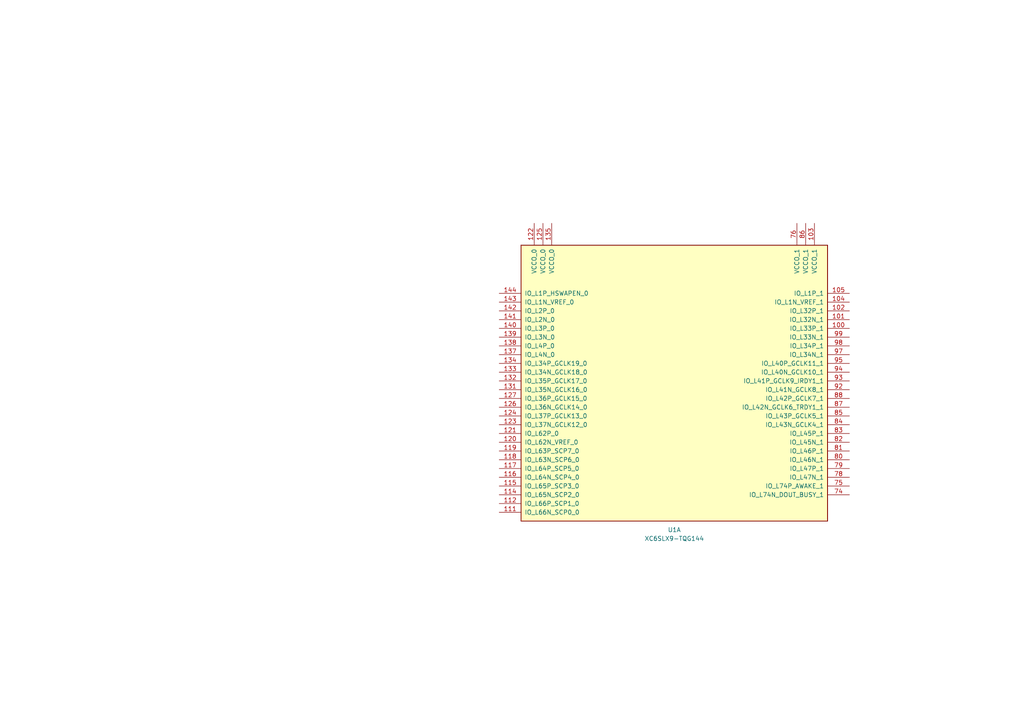
<source format=kicad_sch>
(kicad_sch (version 20231120) (generator "eeschema") (generator_version "8.0")
  (paper "A4")
  (lib_symbols
    (symbol "FPGA_Xilinx_Spartan6:XC6SLX9-TQG144" (pin_names (offset 1.016))
      (property "Reference" "U" (at 0 1.27 0))
      (property "Value" "XC6SLX9-TQG144" (at 0 -1.27 0))
      (symbol "XC6SLX9-TQG144_1_1"
        (rectangle (start -44.45 36.83) (end 44.45 -43.18) (stroke (width 0.254)) (fill (type background)))
        (pin bidirectional line (at 50.8 12.7 180) (length 6.35) (name "IO_L33P_1") (number "100"))
        (pin bidirectional line (at 50.8 15.24 180) (length 6.35) (name "IO_L32N_1") (number "101"))
        (pin bidirectional line (at 50.8 17.78 180) (length 6.35) (name "IO_L32P_1") (number "102"))
        (pin power_in line (at 40.64 43.18 270) (length 6.35) (name "VCCO_1") (number "103"))
        (pin bidirectional line (at 50.8 20.32 180) (length 6.35) (name "IO_L1N_VREF_1") (number "104"))
        (pin bidirectional line (at 50.8 22.86 180) (length 6.35) (name "IO_L1P_1") (number "105"))
        (pin bidirectional line (at -50.8 -40.64 0) (length 6.35) (name "IO_L66N_SCP0_0") (number "111"))
        (pin bidirectional line (at -50.8 -38.1 0) (length 6.35) (name "IO_L66P_SCP1_0") (number "112"))
        (pin bidirectional line (at -50.8 -35.56 0) (length 6.35) (name "IO_L65N_SCP2_0") (number "114"))
        (pin bidirectional line (at -50.8 -33.02 0) (length 6.35) (name "IO_L65P_SCP3_0") (number "115"))
        (pin bidirectional line (at -50.8 -30.48 0) (length 6.35) (name "IO_L64N_SCP4_0") (number "116"))
        (pin bidirectional line (at -50.8 -27.94 0) (length 6.35) (name "IO_L64P_SCP5_0") (number "117"))
        (pin bidirectional line (at -50.8 -25.4 0) (length 6.35) (name "IO_L63N_SCP6_0") (number "118"))
        (pin bidirectional line (at -50.8 -22.86 0) (length 6.35) (name "IO_L63P_SCP7_0") (number "119"))
        (pin bidirectional line (at -50.8 -20.32 0) (length 6.35) (name "IO_L62N_VREF_0") (number "120"))
        (pin bidirectional line (at -50.8 -17.78 0) (length 6.35) (name "IO_L62P_0") (number "121"))
        (pin power_in line (at -40.64 43.18 270) (length 6.35) (name "VCCO_0") (number "122"))
        (pin bidirectional line (at -50.8 -15.24 0) (length 6.35) (name "IO_L37N_GCLK12_0") (number "123"))
        (pin bidirectional line (at -50.8 -12.7 0) (length 6.35) (name "IO_L37P_GCLK13_0") (number "124"))
        (pin power_in line (at -38.1 43.18 270) (length 6.35) (name "VCCO_0") (number "125"))
        (pin bidirectional line (at -50.8 -10.16 0) (length 6.35) (name "IO_L36N_GCLK14_0") (number "126"))
        (pin bidirectional line (at -50.8 -7.62 0) (length 6.35) (name "IO_L36P_GCLK15_0") (number "127"))
        (pin bidirectional line (at -50.8 -5.08 0) (length 6.35) (name "IO_L35N_GCLK16_0") (number "131"))
        (pin bidirectional line (at -50.8 -2.54 0) (length 6.35) (name "IO_L35P_GCLK17_0") (number "132"))
        (pin bidirectional line (at -50.8 0 0) (length 6.35) (name "IO_L34N_GCLK18_0") (number "133"))
        (pin bidirectional line (at -50.8 2.54 0) (length 6.35) (name "IO_L34P_GCLK19_0") (number "134"))
        (pin power_in line (at -35.56 43.18 270) (length 6.35) (name "VCCO_0") (number "135"))
        (pin bidirectional line (at -50.8 5.08 0) (length 6.35) (name "IO_L4N_0") (number "137"))
        (pin bidirectional line (at -50.8 7.62 0) (length 6.35) (name "IO_L4P_0") (number "138"))
        (pin bidirectional line (at -50.8 10.16 0) (length 6.35) (name "IO_L3N_0") (number "139"))
        (pin bidirectional line (at -50.8 12.7 0) (length 6.35) (name "IO_L3P_0") (number "140"))
        (pin bidirectional line (at -50.8 15.24 0) (length 6.35) (name "IO_L2N_0") (number "141"))
        (pin bidirectional line (at -50.8 17.78 0) (length 6.35) (name "IO_L2P_0") (number "142"))
        (pin bidirectional line (at -50.8 20.32 0) (length 6.35) (name "IO_L1N_VREF_0") (number "143"))
        (pin bidirectional line (at -50.8 22.86 0) (length 6.35) (name "IO_L1P_HSWAPEN_0") (number "144"))
        (pin bidirectional line (at 50.8 -35.56 180) (length 6.35) (name "IO_L74N_DOUT_BUSY_1") (number "74"))
        (pin bidirectional line (at 50.8 -33.02 180) (length 6.35) (name "IO_L74P_AWAKE_1") (number "75"))
        (pin power_in line (at 35.56 43.18 270) (length 6.35) (name "VCCO_1") (number "76"))
        (pin bidirectional line (at 50.8 -30.48 180) (length 6.35) (name "IO_L47N_1") (number "78"))
        (pin bidirectional line (at 50.8 -27.94 180) (length 6.35) (name "IO_L47P_1") (number "79"))
        (pin bidirectional line (at 50.8 -25.4 180) (length 6.35) (name "IO_L46N_1") (number "80"))
        (pin bidirectional line (at 50.8 -22.86 180) (length 6.35) (name "IO_L46P_1") (number "81"))
        (pin bidirectional line (at 50.8 -20.32 180) (length 6.35) (name "IO_L45N_1") (number "82"))
        (pin bidirectional line (at 50.8 -17.78 180) (length 6.35) (name "IO_L45P_1") (number "83"))
        (pin bidirectional line (at 50.8 -15.24 180) (length 6.35) (name "IO_L43N_GCLK4_1") (number "84"))
        (pin bidirectional line (at 50.8 -12.7 180) (length 6.35) (name "IO_L43P_GCLK5_1") (number "85"))
        (pin power_in line (at 38.1 43.18 270) (length 6.35) (name "VCCO_1") (number "86"))
        (pin bidirectional line (at 50.8 -10.16 180) (length 6.35) (name "IO_L42N_GCLK6_TRDY1_1") (number "87"))
        (pin bidirectional line (at 50.8 -7.62 180) (length 6.35) (name "IO_L42P_GCLK7_1") (number "88"))
        (pin bidirectional line (at 50.8 -5.08 180) (length 6.35) (name "IO_L41N_GCLK8_1") (number "92"))
        (pin bidirectional line (at 50.8 -2.54 180) (length 6.35) (name "IO_L41P_GCLK9_IRDY1_1") (number "93"))
        (pin bidirectional line (at 50.8 0 180) (length 6.35) (name "IO_L40N_GCLK10_1") (number "94"))
        (pin bidirectional line (at 50.8 2.54 180) (length 6.35) (name "IO_L40P_GCLK11_1") (number "95"))
        (pin bidirectional line (at 50.8 5.08 180) (length 6.35) (name "IO_L34N_1") (number "97"))
        (pin bidirectional line (at 50.8 7.62 180) (length 6.35) (name "IO_L34P_1") (number "98"))
        (pin bidirectional line (at 50.8 10.16 180) (length 6.35) (name "IO_L33N_1") (number "99"))
      )
      (symbol "XC6SLX9-TQG144_2_1"
        (rectangle (start -44.45 36.83) (end 44.45 -43.18) (stroke (width 0.254)) (fill (type background)))
        (pin bidirectional line (at 50.8 -40.64 180) (length 6.35) (name "IO_L83N_VREF_3") (number "1"))
        (pin bidirectional line (at 50.8 -22.86 180) (length 6.35) (name "IO_L50P_3") (number "10"))
        (pin bidirectional line (at 50.8 -20.32 180) (length 6.35) (name "IO_L49N_3") (number "11"))
        (pin bidirectional line (at 50.8 -17.78 180) (length 6.35) (name "IO_L49P_3") (number "12"))
        (pin bidirectional line (at 50.8 -15.24 180) (length 6.35) (name "IO_L44N_GCLK20_3") (number "14"))
        (pin bidirectional line (at 50.8 -12.7 180) (length 6.35) (name "IO_L44P_GCLK21_3") (number "15"))
        (pin bidirectional line (at 50.8 -10.16 180) (length 6.35) (name "IO_L43N_GCLK22_IRDY2_3") (number "16"))
        (pin bidirectional line (at 50.8 -7.62 180) (length 6.35) (name "IO_L43P_GCLK23_3") (number "17"))
        (pin power_in line (at 38.1 43.18 270) (length 6.35) (name "VCCO_3") (number "18"))
        (pin bidirectional line (at 50.8 -38.1 180) (length 6.35) (name "IO_L83P_3") (number "2"))
        (pin bidirectional line (at 50.8 -5.08 180) (length 6.35) (name "IO_L42N_GCLK24_3") (number "21"))
        (pin bidirectional line (at 50.8 -2.54 180) (length 6.35) (name "IO_L42P_GCLK25_TRDY2_3") (number "22"))
        (pin bidirectional line (at 50.8 0 180) (length 6.35) (name "IO_L41N_GCLK26_3") (number "23"))
        (pin bidirectional line (at 50.8 2.54 180) (length 6.35) (name "IO_L41P_GCLK27_3") (number "24"))
        (pin bidirectional line (at 50.8 5.08 180) (length 6.35) (name "IO_L37N_3") (number "26"))
        (pin bidirectional line (at 50.8 7.62 180) (length 6.35) (name "IO_L37P_3") (number "27"))
        (pin bidirectional line (at 50.8 10.16 180) (length 6.35) (name "IO_L36N_3") (number "29"))
        (pin bidirectional line (at 50.8 12.7 180) (length 6.35) (name "IO_L36P_3") (number "30"))
        (pin power_in line (at 40.64 43.18 270) (length 6.35) (name "VCCO_3") (number "31"))
        (pin bidirectional line (at 50.8 15.24 180) (length 6.35) (name "IO_L2N_3") (number "32"))
        (pin bidirectional line (at 50.8 17.78 180) (length 6.35) (name "IO_L2P_3") (number "33"))
        (pin bidirectional line (at 50.8 20.32 180) (length 6.35) (name "IO_L1N_VREF_3") (number "34"))
        (pin bidirectional line (at 50.8 22.86 180) (length 6.35) (name "IO_L1P_3") (number "35"))
        (pin bidirectional line (at -50.8 -40.64 0) (length 6.35) (name "IO_L65N_CSO_B_2") (number "38"))
        (pin bidirectional line (at -50.8 -38.1 0) (length 6.35) (name "IO_L65P_INIT_B_2") (number "39"))
        (pin power_in line (at 35.56 43.18 270) (length 6.35) (name "VCCO_3") (number "4"))
        (pin bidirectional line (at -50.8 -35.56 0) (length 6.35) (name "IO_L64N_D9_2") (number "40"))
        (pin bidirectional line (at -50.8 -33.02 0) (length 6.35) (name "IO_L64P_D8_2") (number "41"))
        (pin power_in line (at -40.64 43.18 270) (length 6.35) (name "VCCO_2") (number "42"))
        (pin bidirectional line (at -50.8 -30.48 0) (length 6.35) (name "IO_L62N_D6_2") (number "43"))
        (pin bidirectional line (at -50.8 -27.94 0) (length 6.35) (name "IO_L62P_D5_2") (number "44"))
        (pin bidirectional line (at -50.8 -25.4 0) (length 6.35) (name "IO_L49N_D4_2") (number "45"))
        (pin bidirectional line (at -50.8 -22.86 0) (length 6.35) (name "IO_L49P_D3_2") (number "46"))
        (pin bidirectional line (at -50.8 -20.32 0) (length 6.35) (name "IO_L48N_RDWR_B_VREF_2") (number "47"))
        (pin bidirectional line (at -50.8 -17.78 0) (length 6.35) (name "IO_L48P_D7_2") (number "48"))
        (pin bidirectional line (at 50.8 -35.56 180) (length 6.35) (name "IO_L52N_3") (number "5"))
        (pin bidirectional line (at -50.8 -15.24 0) (length 6.35) (name "IO_L31N_GCLK30_D15_2") (number "50"))
        (pin bidirectional line (at -50.8 -12.7 0) (length 6.35) (name "IO_L31P_GCLK31_D14_2") (number "51"))
        (pin bidirectional line (at -50.8 -10.16 0) (length 6.35) (name "IO_L30N_GCLK0_USERCCLK_2") (number "55"))
        (pin bidirectional line (at -50.8 -7.62 0) (length 6.35) (name "IO_L30P_GCLK1_D13_2") (number "56"))
        (pin bidirectional line (at -50.8 -5.08 0) (length 6.35) (name "IO_L14N_D12_2") (number "57"))
        (pin bidirectional line (at -50.8 -2.54 0) (length 6.35) (name "IO_L14P_D11_2") (number "58"))
        (pin bidirectional line (at -50.8 0 0) (length 6.35) (name "IO_L13N_D10_2") (number "59"))
        (pin bidirectional line (at 50.8 -33.02 180) (length 6.35) (name "IO_L52P_3") (number "6"))
        (pin bidirectional line (at -50.8 2.54 0) (length 6.35) (name "IO_L13P_M1_2") (number "60"))
        (pin bidirectional line (at -50.8 5.08 0) (length 6.35) (name "IO_L12N_D2_MISO3_2") (number "61"))
        (pin bidirectional line (at -50.8 7.62 0) (length 6.35) (name "IO_L12P_D1_MISO2_2") (number "62"))
        (pin power_in line (at -38.1 43.18 270) (length 6.35) (name "VCCO_2") (number "63"))
        (pin bidirectional line (at -50.8 10.16 0) (length 6.35) (name "IO_L3N_MOSI_CSI_B_MISO0_2") (number "64"))
        (pin bidirectional line (at -50.8 12.7 0) (length 6.35) (name "IO_L3P_D0_DIN_MISO_MISO1_2") (number "65"))
        (pin bidirectional line (at -50.8 15.24 0) (length 6.35) (name "IO_L2N_CMPMOSI_2") (number "66"))
        (pin bidirectional line (at -50.8 17.78 0) (length 6.35) (name "IO_L2P_CMPCLK_2") (number "67"))
        (pin bidirectional line (at -50.8 20.32 0) (length 6.35) (name "IO_L1N_M0_CMPMISO_2") (number "69"))
        (pin bidirectional line (at 50.8 -30.48 180) (length 6.35) (name "IO_L51N_3") (number "7"))
        (pin bidirectional line (at -50.8 22.86 0) (length 6.35) (name "IO_L1P_CCLK_2") (number "70"))
        (pin bidirectional line (at 50.8 -27.94 180) (length 6.35) (name "IO_L51P_3") (number "8"))
        (pin bidirectional line (at 50.8 -25.4 180) (length 6.35) (name "IO_L50N_3") (number "9"))
      )
      (symbol "XC6SLX9-TQG144_3_1"
        (rectangle (start -31.75 15.24) (end 31.75 -15.24) (stroke (width 0.254)) (fill (type background)))
        (pin bidirectional line (at 38.1 10.16 180) (length 6.35) (name "TDO") (number "106"))
        (pin bidirectional line (at 38.1 7.62 180) (length 6.35) (name "TMS") (number "107"))
        (pin bidirectional line (at 38.1 5.08 180) (length 6.35) (name "TCK") (number "109"))
        (pin bidirectional line (at 38.1 12.7 180) (length 6.35) (name "TDI") (number "110"))
        (pin bidirectional line (at 38.1 -2.54 180) (length 6.35) (name "PROGRAM_B_2") (number "37"))
        (pin bidirectional line (at 38.1 0 180) (length 6.35) (name "DONE_2") (number "71"))
        (pin bidirectional line (at 38.1 -12.7 180) (length 6.35) (name "CMPCS_B_2") (number "72"))
        (pin bidirectional line (at 38.1 -7.62 180) (length 6.35) (name "SUSPEND") (number "73"))
      )
      (symbol "XC6SLX9-TQG144_4_1"
        (rectangle (start -19.05 17.78) (end 19.05 -17.78) (stroke (width 0.254)) (fill (type background)))
        (pin power_in line (at 25.4 -7.62 180) (length 6.35) (name "GND") (number "108"))
        (pin power_in line (at 25.4 -10.16 180) (length 6.35) (name "GND") (number "113"))
        (pin power_in line (at 25.4 5.08 180) (length 6.35) (name "VCCINT") (number "128"))
        (pin power_in line (at -25.4 5.08 0) (length 6.35) (name "VCCAUX") (number "129"))
        (pin power_in line (at -25.4 -2.54 0) (length 6.35) (name "GND") (number "13"))
        (pin power_in line (at 25.4 -12.7 180) (length 6.35) (name "GND") (number "130"))
        (pin power_in line (at 25.4 -15.24 180) (length 6.35) (name "GND") (number "136"))
        (pin power_in line (at 25.4 15.24 180) (length 6.35) (name "VCCINT") (number "19"))
        (pin power_in line (at -25.4 15.24 0) (length 6.35) (name "VCCAUX") (number "20"))
        (pin power_in line (at -25.4 -5.08 0) (length 6.35) (name "GND") (number "25"))
        (pin power_in line (at 25.4 12.7 180) (length 6.35) (name "VCCINT") (number "28"))
        (pin power_in line (at -25.4 0 0) (length 6.35) (name "GND") (number "3"))
        (pin power_in line (at -25.4 12.7 0) (length 6.35) (name "VCCAUX") (number "36"))
        (pin power_in line (at -25.4 -7.62 0) (length 6.35) (name "GND") (number "49"))
        (pin power_in line (at 25.4 10.16 180) (length 6.35) (name "VCCINT") (number "52"))
        (pin power_in line (at -25.4 10.16 0) (length 6.35) (name "VCCAUX") (number "53"))
        (pin power_in line (at -25.4 -10.16 0) (length 6.35) (name "GND") (number "54"))
        (pin power_in line (at -25.4 -12.7 0) (length 6.35) (name "GND") (number "68"))
        (pin power_in line (at -25.4 -15.24 0) (length 6.35) (name "GND") (number "77"))
        (pin power_in line (at 25.4 7.62 180) (length 6.35) (name "VCCINT") (number "89"))
        (pin power_in line (at -25.4 7.62 0) (length 6.35) (name "VCCAUX") (number "90"))
        (pin power_in line (at 25.4 -2.54 180) (length 6.35) (name "GND") (number "91"))
        (pin power_in line (at 25.4 -5.08 180) (length 6.35) (name "GND") (number "96"))
      )
    )
  )
  (symbol (lib_id "FPGA_Xilinx_Spartan6:XC6SLX9-TQG144") (at 195.58 107.95 0) (unit 1)
    (property "Reference" "U1" (at 195.58 153.67 0))
    (property "Value" "XC6SLX9-TQG144" (at 195.58 156.21 0))
    (property "Description" "Spartan 6 LX 9 XC6SLX9-TQG144" (effects (hide yes)))
  )
)
</source>
